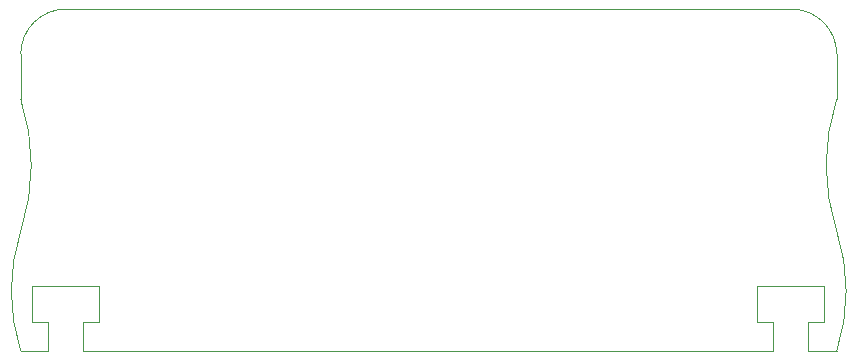
<source format=gm1>
%TF.GenerationSoftware,KiCad,Pcbnew,(5.1.8)-1*%
%TF.CreationDate,2021-04-08T13:49:55+02:00*%
%TF.ProjectId,C64 SpeedDOS Adapter,43363420-5370-4656-9564-444f53204164,rev?*%
%TF.SameCoordinates,Original*%
%TF.FileFunction,Profile,NP*%
%FSLAX46Y46*%
G04 Gerber Fmt 4.6, Leading zero omitted, Abs format (unit mm)*
G04 Created by KiCad (PCBNEW (5.1.8)-1) date 2021-04-08 13:49:55*
%MOMM*%
%LPD*%
G01*
G04 APERTURE LIST*
%TA.AperFunction,Profile*%
%ADD10C,0.050000*%
%TD*%
G04 APERTURE END LIST*
D10*
X182372000Y-80010000D02*
G75*
G02*
X186182000Y-83820000I0J-3810000D01*
G01*
X117094000Y-83820000D02*
G75*
G02*
X120904000Y-80010000I3810000J0D01*
G01*
X117094001Y-108966000D02*
G75*
G02*
X117094000Y-98806001I15747998J5080000D01*
G01*
X186181999Y-98806001D02*
G75*
G02*
X186182000Y-108966000I-15747998J-5080000D01*
G01*
X117094000Y-108966000D02*
X119380000Y-108966000D01*
X118033680Y-106461560D02*
X119380000Y-106461560D01*
X120883680Y-103461560D02*
X118033680Y-103461560D01*
X122387360Y-106461560D02*
X123733680Y-106461560D01*
X118033680Y-103461560D02*
X118033680Y-106461560D01*
X123733680Y-103461560D02*
X123733680Y-106461560D01*
X119380000Y-106461560D02*
X119380000Y-108966000D01*
X120883680Y-103461560D02*
X123733680Y-103461560D01*
X122387360Y-106461560D02*
X122387360Y-108966000D01*
X183769000Y-106461560D02*
X185115320Y-106461560D01*
X179415320Y-106461560D02*
X180761640Y-106461560D01*
X179415320Y-103461560D02*
X179415320Y-106461560D01*
X185115320Y-103461560D02*
X185115320Y-106461560D01*
X182265320Y-103461560D02*
X185115320Y-103461560D01*
X182265320Y-103461560D02*
X179415320Y-103461560D01*
X183769000Y-106461560D02*
X183769000Y-108966000D01*
X180761640Y-106461560D02*
X180761640Y-108966000D01*
X186182000Y-108966000D02*
X183769000Y-108966000D01*
X186182000Y-87630002D02*
X186182000Y-83820000D01*
X117094000Y-87630002D02*
X117094000Y-83820000D01*
X186182000Y-98806001D02*
G75*
G02*
X186182000Y-87630002I17017999J5588000D01*
G01*
X117094000Y-87630002D02*
G75*
G02*
X117094000Y-98806001I-17017999J-5588000D01*
G01*
X151638000Y-80010000D02*
X182372000Y-80010000D01*
X151638000Y-80010000D02*
X120904000Y-80010000D01*
X151638000Y-108966000D02*
X180761640Y-108966000D01*
X151638000Y-108966000D02*
X122387360Y-108966000D01*
M02*

</source>
